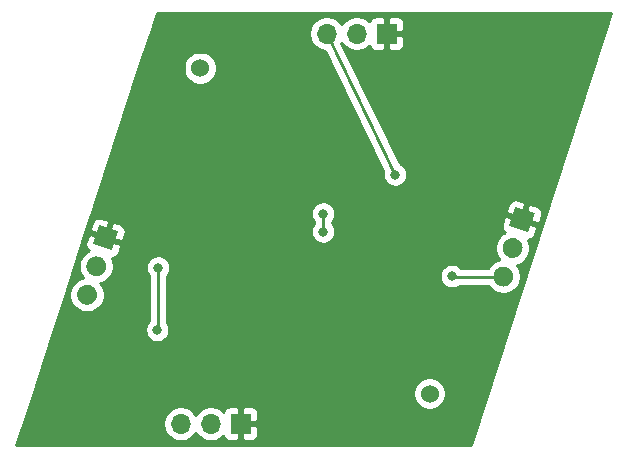
<source format=gbr>
%TF.GenerationSoftware,KiCad,Pcbnew,5.1.8*%
%TF.CreationDate,2021-01-06T14:43:02-05:00*%
%TF.ProjectId,penroserombus_thick_40mm,70656e72-6f73-4657-926f-6d6275735f74,rev?*%
%TF.SameCoordinates,Original*%
%TF.FileFunction,Copper,L2,Bot*%
%TF.FilePolarity,Positive*%
%FSLAX46Y46*%
G04 Gerber Fmt 4.6, Leading zero omitted, Abs format (unit mm)*
G04 Created by KiCad (PCBNEW 5.1.8) date 2021-01-06 14:43:02*
%MOMM*%
%LPD*%
G01*
G04 APERTURE LIST*
%TA.AperFunction,WasherPad*%
%ADD10C,1.524000*%
%TD*%
%TA.AperFunction,ComponentPad*%
%ADD11C,0.100000*%
%TD*%
%TA.AperFunction,ComponentPad*%
%ADD12R,1.700000X1.700000*%
%TD*%
%TA.AperFunction,ComponentPad*%
%ADD13O,1.700000X1.700000*%
%TD*%
%TA.AperFunction,ViaPad*%
%ADD14C,0.800000*%
%TD*%
%TA.AperFunction,Conductor*%
%ADD15C,0.250000*%
%TD*%
%TA.AperFunction,Conductor*%
%ADD16C,0.254000*%
%TD*%
%TA.AperFunction,Conductor*%
%ADD17C,0.100000*%
%TD*%
G04 APERTURE END LIST*
D10*
%TO.P,MH,*%
%TO.N,*%
X156845000Y-108966000D03*
%TD*%
%TO.P,MH,*%
%TO.N,*%
X137414000Y-81407000D03*
%TD*%
%TO.P,J1,3*%
%TO.N,Net-(J1-Pad3)*%
%TA.AperFunction,ComponentPad*%
G36*
G01*
X162276114Y-98803290D02*
X162276114Y-98803290D01*
G75*
G02*
X163347176Y-98257556I808398J-262664D01*
G01*
X163347176Y-98257556D01*
G75*
G02*
X163892910Y-99328618I-262664J-808398D01*
G01*
X163892910Y-99328618D01*
G75*
G02*
X162821848Y-99874352I-808398J262664D01*
G01*
X162821848Y-99874352D01*
G75*
G02*
X162276114Y-98803290I262664J808398D01*
G01*
G37*
%TD.AperFunction*%
%TO.P,J1,2*%
%TO.N,VCC*%
%TA.AperFunction,ComponentPad*%
G36*
G01*
X163061017Y-96387607D02*
X163061017Y-96387607D01*
G75*
G02*
X164132079Y-95841873I808398J-262664D01*
G01*
X164132079Y-95841873D01*
G75*
G02*
X164677813Y-96912935I-262664J-808398D01*
G01*
X164677813Y-96912935D01*
G75*
G02*
X163606751Y-97458669I-808398J262664D01*
G01*
X163606751Y-97458669D01*
G75*
G02*
X163061017Y-96387607I262664J808398D01*
G01*
G37*
%TD.AperFunction*%
%TA.AperFunction,ComponentPad*%
D11*
%TO.P,J1,1*%
%TO.N,GND*%
G36*
X163583256Y-94780321D02*
G01*
X164108584Y-93163525D01*
X165725380Y-93688853D01*
X165200052Y-95305649D01*
X163583256Y-94780321D01*
G37*
%TD.AperFunction*%
%TD*%
D12*
%TO.P,J2,1*%
%TO.N,GND*%
X140851620Y-111528260D03*
D13*
%TO.P,J2,2*%
%TO.N,VCC*%
X138311620Y-111528260D03*
%TO.P,J2,3*%
%TO.N,Net-(J2-Pad3)*%
X135771620Y-111528260D03*
%TD*%
D12*
%TO.P,J3,1*%
%TO.N,GND*%
X153212300Y-78486000D03*
D13*
%TO.P,J3,2*%
%TO.N,VCC*%
X150672300Y-78486000D03*
%TO.P,J3,3*%
%TO.N,Net-(D1-Pad4)*%
X148132300Y-78486000D03*
%TD*%
%TO.P,J4,3*%
%TO.N,Net-(D2-Pad4)*%
%TA.AperFunction,ComponentPad*%
G36*
G01*
X127031397Y-100348375D02*
X127031397Y-100348375D01*
G75*
G02*
X128102459Y-99802641I808398J-262664D01*
G01*
X128102459Y-99802641D01*
G75*
G02*
X128648193Y-100873703I-262664J-808398D01*
G01*
X128648193Y-100873703D01*
G75*
G02*
X127577131Y-101419437I-808398J262664D01*
G01*
X127577131Y-101419437D01*
G75*
G02*
X127031397Y-100348375I262664J808398D01*
G01*
G37*
%TD.AperFunction*%
%TO.P,J4,2*%
%TO.N,VCC*%
%TA.AperFunction,ComponentPad*%
G36*
G01*
X127816300Y-97932692D02*
X127816300Y-97932692D01*
G75*
G02*
X128887362Y-97386958I808398J-262664D01*
G01*
X128887362Y-97386958D01*
G75*
G02*
X129433096Y-98458020I-262664J-808398D01*
G01*
X129433096Y-98458020D01*
G75*
G02*
X128362034Y-99003754I-808398J262664D01*
G01*
X128362034Y-99003754D01*
G75*
G02*
X127816300Y-97932692I262664J808398D01*
G01*
G37*
%TD.AperFunction*%
%TA.AperFunction,ComponentPad*%
D11*
%TO.P,J4,1*%
%TO.N,GND*%
G36*
X128338539Y-96325406D02*
G01*
X128863867Y-94708610D01*
X130480663Y-95233938D01*
X129955335Y-96850734D01*
X128338539Y-96325406D01*
G37*
%TD.AperFunction*%
%TD*%
D14*
%TO.N,GND*%
X155321000Y-88265000D03*
X138938000Y-95250000D03*
X142748000Y-99060000D03*
X136271000Y-102616000D03*
%TO.N,Net-(D1-Pad2)*%
X147828000Y-93726000D03*
X147828000Y-95250000D03*
%TO.N,Net-(D1-Pad4)*%
X153924000Y-90424000D03*
%TO.N,Net-(J1-Pad3)*%
X158725985Y-99035985D03*
%TO.N,Net-(J2-Pad3)*%
X133858000Y-98298000D03*
X133785907Y-103573734D03*
%TD*%
D15*
%TO.N,Net-(D1-Pad2)*%
X147828000Y-93726000D02*
X147828000Y-95250000D01*
%TO.N,Net-(D1-Pad4)*%
X153924000Y-90424000D02*
X148132300Y-78486000D01*
%TO.N,Net-(J1-Pad3)*%
X158755954Y-99065954D02*
X158725985Y-99035985D01*
X163084512Y-99065954D02*
X158755954Y-99065954D01*
%TO.N,Net-(J2-Pad3)*%
X133858000Y-103501641D02*
X133785907Y-103573734D01*
X133858000Y-98298000D02*
X133858000Y-103501641D01*
%TD*%
D16*
%TO.N,GND*%
X160317611Y-113293260D02*
X121863260Y-113293260D01*
X122484265Y-111382000D01*
X134286620Y-111382000D01*
X134286620Y-111674520D01*
X134343688Y-111961418D01*
X134455630Y-112231671D01*
X134618145Y-112474892D01*
X134824988Y-112681735D01*
X135068209Y-112844250D01*
X135338462Y-112956192D01*
X135625360Y-113013260D01*
X135917880Y-113013260D01*
X136204778Y-112956192D01*
X136475031Y-112844250D01*
X136718252Y-112681735D01*
X136925095Y-112474892D01*
X137041620Y-112300500D01*
X137158145Y-112474892D01*
X137364988Y-112681735D01*
X137608209Y-112844250D01*
X137878462Y-112956192D01*
X138165360Y-113013260D01*
X138457880Y-113013260D01*
X138744778Y-112956192D01*
X139015031Y-112844250D01*
X139258252Y-112681735D01*
X139390107Y-112549880D01*
X139412118Y-112622440D01*
X139471083Y-112732754D01*
X139550435Y-112829445D01*
X139647126Y-112908797D01*
X139757440Y-112967762D01*
X139877138Y-113004072D01*
X140001620Y-113016332D01*
X140565870Y-113013260D01*
X140724620Y-112854510D01*
X140724620Y-111655260D01*
X140978620Y-111655260D01*
X140978620Y-112854510D01*
X141137370Y-113013260D01*
X141701620Y-113016332D01*
X141826102Y-113004072D01*
X141945800Y-112967762D01*
X142056114Y-112908797D01*
X142152805Y-112829445D01*
X142232157Y-112732754D01*
X142291122Y-112622440D01*
X142327432Y-112502742D01*
X142339692Y-112378260D01*
X142336620Y-111814010D01*
X142177870Y-111655260D01*
X140978620Y-111655260D01*
X140724620Y-111655260D01*
X140704620Y-111655260D01*
X140704620Y-111401260D01*
X140724620Y-111401260D01*
X140724620Y-110202010D01*
X140978620Y-110202010D01*
X140978620Y-111401260D01*
X142177870Y-111401260D01*
X142336620Y-111242510D01*
X142339692Y-110678260D01*
X142327432Y-110553778D01*
X142291122Y-110434080D01*
X142232157Y-110323766D01*
X142152805Y-110227075D01*
X142056114Y-110147723D01*
X141945800Y-110088758D01*
X141826102Y-110052448D01*
X141701620Y-110040188D01*
X141137370Y-110043260D01*
X140978620Y-110202010D01*
X140724620Y-110202010D01*
X140565870Y-110043260D01*
X140001620Y-110040188D01*
X139877138Y-110052448D01*
X139757440Y-110088758D01*
X139647126Y-110147723D01*
X139550435Y-110227075D01*
X139471083Y-110323766D01*
X139412118Y-110434080D01*
X139390107Y-110506640D01*
X139258252Y-110374785D01*
X139015031Y-110212270D01*
X138744778Y-110100328D01*
X138457880Y-110043260D01*
X138165360Y-110043260D01*
X137878462Y-110100328D01*
X137608209Y-110212270D01*
X137364988Y-110374785D01*
X137158145Y-110581628D01*
X137041620Y-110756020D01*
X136925095Y-110581628D01*
X136718252Y-110374785D01*
X136475031Y-110212270D01*
X136204778Y-110100328D01*
X135917880Y-110043260D01*
X135625360Y-110043260D01*
X135338462Y-110100328D01*
X135068209Y-110212270D01*
X134824988Y-110374785D01*
X134618145Y-110581628D01*
X134455630Y-110824849D01*
X134343688Y-111095102D01*
X134286620Y-111382000D01*
X122484265Y-111382000D01*
X123313977Y-108828408D01*
X155448000Y-108828408D01*
X155448000Y-109103592D01*
X155501686Y-109373490D01*
X155606995Y-109627727D01*
X155759880Y-109856535D01*
X155954465Y-110051120D01*
X156183273Y-110204005D01*
X156437510Y-110309314D01*
X156707408Y-110363000D01*
X156982592Y-110363000D01*
X157252490Y-110309314D01*
X157506727Y-110204005D01*
X157735535Y-110051120D01*
X157930120Y-109856535D01*
X158083005Y-109627727D01*
X158188314Y-109373490D01*
X158242000Y-109103592D01*
X158242000Y-108828408D01*
X158188314Y-108558510D01*
X158083005Y-108304273D01*
X157930120Y-108075465D01*
X157735535Y-107880880D01*
X157506727Y-107727995D01*
X157252490Y-107622686D01*
X156982592Y-107569000D01*
X156707408Y-107569000D01*
X156437510Y-107622686D01*
X156183273Y-107727995D01*
X155954465Y-107880880D01*
X155759880Y-108075465D01*
X155606995Y-108304273D01*
X155501686Y-108558510D01*
X155448000Y-108828408D01*
X123313977Y-108828408D01*
X125054447Y-103471795D01*
X132750907Y-103471795D01*
X132750907Y-103675673D01*
X132790681Y-103875632D01*
X132868702Y-104063990D01*
X132981970Y-104233508D01*
X133126133Y-104377671D01*
X133295651Y-104490939D01*
X133484009Y-104568960D01*
X133683968Y-104608734D01*
X133887846Y-104608734D01*
X134087805Y-104568960D01*
X134276163Y-104490939D01*
X134445681Y-104377671D01*
X134589844Y-104233508D01*
X134703112Y-104063990D01*
X134781133Y-103875632D01*
X134820907Y-103675673D01*
X134820907Y-103471795D01*
X134781133Y-103271836D01*
X134703112Y-103083478D01*
X134618000Y-102956099D01*
X134618000Y-99001711D01*
X134661937Y-98957774D01*
X134677791Y-98934046D01*
X157690985Y-98934046D01*
X157690985Y-99137924D01*
X157730759Y-99337883D01*
X157808780Y-99526241D01*
X157922048Y-99695759D01*
X158066211Y-99839922D01*
X158235729Y-99953190D01*
X158424087Y-100031211D01*
X158624046Y-100070985D01*
X158827924Y-100070985D01*
X159027883Y-100031211D01*
X159216241Y-99953190D01*
X159385759Y-99839922D01*
X159399727Y-99825954D01*
X161806334Y-99825954D01*
X161931037Y-100012586D01*
X162137880Y-100219429D01*
X162381101Y-100381944D01*
X162651354Y-100493886D01*
X162938252Y-100550954D01*
X163230772Y-100550954D01*
X163517670Y-100493886D01*
X163787923Y-100381944D01*
X164031144Y-100219429D01*
X164237987Y-100012586D01*
X164400502Y-99769365D01*
X164512444Y-99499112D01*
X164569512Y-99212214D01*
X164569512Y-98919694D01*
X164512444Y-98632796D01*
X164400502Y-98362543D01*
X164237987Y-98119322D01*
X164214406Y-98095741D01*
X164302573Y-98078203D01*
X164572826Y-97966261D01*
X164816047Y-97803746D01*
X165022890Y-97596903D01*
X165185405Y-97353682D01*
X165297347Y-97083429D01*
X165354415Y-96796531D01*
X165354415Y-96504011D01*
X165297347Y-96217113D01*
X165185405Y-95946860D01*
X165181088Y-95940399D01*
X165250114Y-95941755D01*
X165373250Y-95919765D01*
X165489730Y-95874176D01*
X165595078Y-95806738D01*
X165685246Y-95720045D01*
X165756767Y-95617425D01*
X165806894Y-95502825D01*
X165978335Y-94965242D01*
X165876412Y-94765205D01*
X164735857Y-94394616D01*
X164729677Y-94413637D01*
X164488108Y-94335148D01*
X164494289Y-94316126D01*
X163992387Y-94153048D01*
X164814347Y-94153048D01*
X165954902Y-94523637D01*
X166154939Y-94421713D01*
X166332223Y-93886028D01*
X166359030Y-93763851D01*
X166361486Y-93638791D01*
X166339496Y-93515655D01*
X166293907Y-93399175D01*
X166226469Y-93293827D01*
X166139776Y-93203659D01*
X166037156Y-93132138D01*
X165922556Y-93082011D01*
X165384973Y-92910570D01*
X165184936Y-93012493D01*
X164814347Y-94153048D01*
X163992387Y-94153048D01*
X163353734Y-93945537D01*
X163153697Y-94047461D01*
X162976413Y-94583146D01*
X162949606Y-94705323D01*
X162947150Y-94830383D01*
X162969140Y-94953519D01*
X163014729Y-95069999D01*
X163082167Y-95175347D01*
X163168860Y-95265515D01*
X163229682Y-95307905D01*
X163166004Y-95334281D01*
X162922783Y-95496796D01*
X162715940Y-95703639D01*
X162553425Y-95946860D01*
X162441483Y-96217113D01*
X162384415Y-96504011D01*
X162384415Y-96796531D01*
X162441483Y-97083429D01*
X162553425Y-97353682D01*
X162715940Y-97596903D01*
X162739521Y-97620484D01*
X162651354Y-97638022D01*
X162381101Y-97749964D01*
X162137880Y-97912479D01*
X161931037Y-98119322D01*
X161806334Y-98305954D01*
X159459665Y-98305954D01*
X159385759Y-98232048D01*
X159216241Y-98118780D01*
X159027883Y-98040759D01*
X158827924Y-98000985D01*
X158624046Y-98000985D01*
X158424087Y-98040759D01*
X158235729Y-98118780D01*
X158066211Y-98232048D01*
X157922048Y-98376211D01*
X157808780Y-98545729D01*
X157730759Y-98734087D01*
X157690985Y-98934046D01*
X134677791Y-98934046D01*
X134775205Y-98788256D01*
X134853226Y-98599898D01*
X134893000Y-98399939D01*
X134893000Y-98196061D01*
X134853226Y-97996102D01*
X134775205Y-97807744D01*
X134661937Y-97638226D01*
X134517774Y-97494063D01*
X134348256Y-97380795D01*
X134159898Y-97302774D01*
X133959939Y-97263000D01*
X133756061Y-97263000D01*
X133556102Y-97302774D01*
X133367744Y-97380795D01*
X133198226Y-97494063D01*
X133054063Y-97638226D01*
X132940795Y-97807744D01*
X132862774Y-97996102D01*
X132823000Y-98196061D01*
X132823000Y-98399939D01*
X132862774Y-98599898D01*
X132940795Y-98788256D01*
X133054063Y-98957774D01*
X133098000Y-99001711D01*
X133098001Y-102797929D01*
X132981970Y-102913960D01*
X132868702Y-103083478D01*
X132790681Y-103271836D01*
X132750907Y-103471795D01*
X125054447Y-103471795D01*
X126031486Y-100464779D01*
X126354795Y-100464779D01*
X126354795Y-100757299D01*
X126411863Y-101044197D01*
X126523805Y-101314450D01*
X126686320Y-101557671D01*
X126893163Y-101764514D01*
X127136384Y-101927029D01*
X127406637Y-102038971D01*
X127693535Y-102096039D01*
X127986055Y-102096039D01*
X128272953Y-102038971D01*
X128543206Y-101927029D01*
X128786427Y-101764514D01*
X128993270Y-101557671D01*
X129155785Y-101314450D01*
X129267727Y-101044197D01*
X129324795Y-100757299D01*
X129324795Y-100464779D01*
X129267727Y-100177881D01*
X129155785Y-99907628D01*
X128993270Y-99664407D01*
X128969689Y-99640826D01*
X129057856Y-99623288D01*
X129328109Y-99511346D01*
X129571330Y-99348831D01*
X129778173Y-99141988D01*
X129940688Y-98898767D01*
X130052630Y-98628514D01*
X130109698Y-98341616D01*
X130109698Y-98049096D01*
X130052630Y-97762198D01*
X129940688Y-97491945D01*
X129936371Y-97485484D01*
X130005397Y-97486840D01*
X130128533Y-97464850D01*
X130245013Y-97419261D01*
X130350361Y-97351823D01*
X130440529Y-97265130D01*
X130512050Y-97162510D01*
X130562177Y-97047910D01*
X130733618Y-96510327D01*
X130631695Y-96310290D01*
X129491140Y-95939701D01*
X129484960Y-95958722D01*
X129243391Y-95880233D01*
X129249572Y-95861211D01*
X128747670Y-95698133D01*
X129569630Y-95698133D01*
X130710185Y-96068722D01*
X130910222Y-95966798D01*
X131087506Y-95431113D01*
X131114313Y-95308936D01*
X131116769Y-95183876D01*
X131094779Y-95060740D01*
X131049190Y-94944260D01*
X130981752Y-94838912D01*
X130895059Y-94748744D01*
X130792439Y-94677223D01*
X130677839Y-94627096D01*
X130140256Y-94455655D01*
X129940219Y-94557578D01*
X129569630Y-95698133D01*
X128747670Y-95698133D01*
X128109017Y-95490622D01*
X127908980Y-95592546D01*
X127731696Y-96128231D01*
X127704889Y-96250408D01*
X127702433Y-96375468D01*
X127724423Y-96498604D01*
X127770012Y-96615084D01*
X127837450Y-96720432D01*
X127924143Y-96810600D01*
X127984965Y-96852990D01*
X127921287Y-96879366D01*
X127678066Y-97041881D01*
X127471223Y-97248724D01*
X127308708Y-97491945D01*
X127196766Y-97762198D01*
X127139698Y-98049096D01*
X127139698Y-98341616D01*
X127196766Y-98628514D01*
X127308708Y-98898767D01*
X127471223Y-99141988D01*
X127494804Y-99165569D01*
X127406637Y-99183107D01*
X127136384Y-99295049D01*
X126893163Y-99457564D01*
X126686320Y-99664407D01*
X126523805Y-99907628D01*
X126411863Y-100177881D01*
X126354795Y-100464779D01*
X126031486Y-100464779D01*
X127791174Y-95049017D01*
X128085584Y-95049017D01*
X128187507Y-95249054D01*
X129328062Y-95619643D01*
X129698651Y-94479088D01*
X129596727Y-94279051D01*
X129061042Y-94101767D01*
X128938865Y-94074960D01*
X128813805Y-94072504D01*
X128690669Y-94094494D01*
X128574189Y-94140083D01*
X128468841Y-94207521D01*
X128378673Y-94294214D01*
X128307152Y-94396834D01*
X128257025Y-94511434D01*
X128085584Y-95049017D01*
X127791174Y-95049017D01*
X128254170Y-93624061D01*
X146793000Y-93624061D01*
X146793000Y-93827939D01*
X146832774Y-94027898D01*
X146910795Y-94216256D01*
X147024063Y-94385774D01*
X147068000Y-94429711D01*
X147068001Y-94546288D01*
X147024063Y-94590226D01*
X146910795Y-94759744D01*
X146832774Y-94948102D01*
X146793000Y-95148061D01*
X146793000Y-95351939D01*
X146832774Y-95551898D01*
X146910795Y-95740256D01*
X147024063Y-95909774D01*
X147168226Y-96053937D01*
X147337744Y-96167205D01*
X147526102Y-96245226D01*
X147726061Y-96285000D01*
X147929939Y-96285000D01*
X148129898Y-96245226D01*
X148318256Y-96167205D01*
X148487774Y-96053937D01*
X148631937Y-95909774D01*
X148745205Y-95740256D01*
X148823226Y-95551898D01*
X148863000Y-95351939D01*
X148863000Y-95148061D01*
X148823226Y-94948102D01*
X148745205Y-94759744D01*
X148631937Y-94590226D01*
X148588000Y-94546289D01*
X148588000Y-94429711D01*
X148631937Y-94385774D01*
X148745205Y-94216256D01*
X148823226Y-94027898D01*
X148863000Y-93827939D01*
X148863000Y-93624061D01*
X148839106Y-93503932D01*
X163330301Y-93503932D01*
X163432224Y-93703969D01*
X164572779Y-94074558D01*
X164943368Y-92934003D01*
X164841444Y-92733966D01*
X164305759Y-92556682D01*
X164183582Y-92529875D01*
X164058522Y-92527419D01*
X163935386Y-92549409D01*
X163818906Y-92594998D01*
X163713558Y-92662436D01*
X163623390Y-92749129D01*
X163551869Y-92851749D01*
X163501742Y-92966349D01*
X163330301Y-93503932D01*
X148839106Y-93503932D01*
X148823226Y-93424102D01*
X148745205Y-93235744D01*
X148631937Y-93066226D01*
X148487774Y-92922063D01*
X148318256Y-92808795D01*
X148129898Y-92730774D01*
X147929939Y-92691000D01*
X147726061Y-92691000D01*
X147526102Y-92730774D01*
X147337744Y-92808795D01*
X147168226Y-92922063D01*
X147024063Y-93066226D01*
X146910795Y-93235744D01*
X146832774Y-93424102D01*
X146793000Y-93624061D01*
X128254170Y-93624061D01*
X132268441Y-81269408D01*
X136017000Y-81269408D01*
X136017000Y-81544592D01*
X136070686Y-81814490D01*
X136175995Y-82068727D01*
X136328880Y-82297535D01*
X136523465Y-82492120D01*
X136752273Y-82645005D01*
X137006510Y-82750314D01*
X137276408Y-82804000D01*
X137551592Y-82804000D01*
X137821490Y-82750314D01*
X138075727Y-82645005D01*
X138304535Y-82492120D01*
X138499120Y-82297535D01*
X138652005Y-82068727D01*
X138757314Y-81814490D01*
X138811000Y-81544592D01*
X138811000Y-81269408D01*
X138757314Y-80999510D01*
X138652005Y-80745273D01*
X138499120Y-80516465D01*
X138304535Y-80321880D01*
X138075727Y-80168995D01*
X137821490Y-80063686D01*
X137551592Y-80010000D01*
X137276408Y-80010000D01*
X137006510Y-80063686D01*
X136752273Y-80168995D01*
X136523465Y-80321880D01*
X136328880Y-80516465D01*
X136175995Y-80745273D01*
X136070686Y-80999510D01*
X136017000Y-81269408D01*
X132268441Y-81269408D01*
X133220348Y-78339740D01*
X146647300Y-78339740D01*
X146647300Y-78632260D01*
X146704368Y-78919158D01*
X146816310Y-79189411D01*
X146978825Y-79432632D01*
X147185668Y-79639475D01*
X147428889Y-79801990D01*
X147699142Y-79913932D01*
X147986040Y-79971000D01*
X148008028Y-79971000D01*
X152930636Y-90117607D01*
X152928774Y-90122102D01*
X152889000Y-90322061D01*
X152889000Y-90525939D01*
X152928774Y-90725898D01*
X153006795Y-90914256D01*
X153120063Y-91083774D01*
X153264226Y-91227937D01*
X153433744Y-91341205D01*
X153622102Y-91419226D01*
X153822061Y-91459000D01*
X154025939Y-91459000D01*
X154225898Y-91419226D01*
X154414256Y-91341205D01*
X154583774Y-91227937D01*
X154727937Y-91083774D01*
X154841205Y-90914256D01*
X154919226Y-90725898D01*
X154959000Y-90525939D01*
X154959000Y-90322061D01*
X154919226Y-90122102D01*
X154841205Y-89933744D01*
X154727937Y-89764226D01*
X154583774Y-89620063D01*
X154414256Y-89506795D01*
X154300973Y-89459871D01*
X149372967Y-79302141D01*
X149402300Y-79258240D01*
X149518825Y-79432632D01*
X149725668Y-79639475D01*
X149968889Y-79801990D01*
X150239142Y-79913932D01*
X150526040Y-79971000D01*
X150818560Y-79971000D01*
X151105458Y-79913932D01*
X151375711Y-79801990D01*
X151618932Y-79639475D01*
X151750787Y-79507620D01*
X151772798Y-79580180D01*
X151831763Y-79690494D01*
X151911115Y-79787185D01*
X152007806Y-79866537D01*
X152118120Y-79925502D01*
X152237818Y-79961812D01*
X152362300Y-79974072D01*
X152926550Y-79971000D01*
X153085300Y-79812250D01*
X153085300Y-78613000D01*
X153339300Y-78613000D01*
X153339300Y-79812250D01*
X153498050Y-79971000D01*
X154062300Y-79974072D01*
X154186782Y-79961812D01*
X154306480Y-79925502D01*
X154416794Y-79866537D01*
X154513485Y-79787185D01*
X154592837Y-79690494D01*
X154651802Y-79580180D01*
X154688112Y-79460482D01*
X154700372Y-79336000D01*
X154697300Y-78771750D01*
X154538550Y-78613000D01*
X153339300Y-78613000D01*
X153085300Y-78613000D01*
X153065300Y-78613000D01*
X153065300Y-78359000D01*
X153085300Y-78359000D01*
X153085300Y-77159750D01*
X153339300Y-77159750D01*
X153339300Y-78359000D01*
X154538550Y-78359000D01*
X154697300Y-78200250D01*
X154700372Y-77636000D01*
X154688112Y-77511518D01*
X154651802Y-77391820D01*
X154592837Y-77281506D01*
X154513485Y-77184815D01*
X154416794Y-77105463D01*
X154306480Y-77046498D01*
X154186782Y-77010188D01*
X154062300Y-76997928D01*
X153498050Y-77001000D01*
X153339300Y-77159750D01*
X153085300Y-77159750D01*
X152926550Y-77001000D01*
X152362300Y-76997928D01*
X152237818Y-77010188D01*
X152118120Y-77046498D01*
X152007806Y-77105463D01*
X151911115Y-77184815D01*
X151831763Y-77281506D01*
X151772798Y-77391820D01*
X151750787Y-77464380D01*
X151618932Y-77332525D01*
X151375711Y-77170010D01*
X151105458Y-77058068D01*
X150818560Y-77001000D01*
X150526040Y-77001000D01*
X150239142Y-77058068D01*
X149968889Y-77170010D01*
X149725668Y-77332525D01*
X149518825Y-77539368D01*
X149402300Y-77713760D01*
X149285775Y-77539368D01*
X149078932Y-77332525D01*
X148835711Y-77170010D01*
X148565458Y-77058068D01*
X148278560Y-77001000D01*
X147986040Y-77001000D01*
X147699142Y-77058068D01*
X147428889Y-77170010D01*
X147185668Y-77332525D01*
X146978825Y-77539368D01*
X146816310Y-77782589D01*
X146704368Y-78052842D01*
X146647300Y-78339740D01*
X133220348Y-78339740D01*
X133746309Y-76721000D01*
X172200658Y-76721000D01*
X160317611Y-113293260D01*
%TA.AperFunction,Conductor*%
D17*
G36*
X160317611Y-113293260D02*
G01*
X121863260Y-113293260D01*
X122484265Y-111382000D01*
X134286620Y-111382000D01*
X134286620Y-111674520D01*
X134343688Y-111961418D01*
X134455630Y-112231671D01*
X134618145Y-112474892D01*
X134824988Y-112681735D01*
X135068209Y-112844250D01*
X135338462Y-112956192D01*
X135625360Y-113013260D01*
X135917880Y-113013260D01*
X136204778Y-112956192D01*
X136475031Y-112844250D01*
X136718252Y-112681735D01*
X136925095Y-112474892D01*
X137041620Y-112300500D01*
X137158145Y-112474892D01*
X137364988Y-112681735D01*
X137608209Y-112844250D01*
X137878462Y-112956192D01*
X138165360Y-113013260D01*
X138457880Y-113013260D01*
X138744778Y-112956192D01*
X139015031Y-112844250D01*
X139258252Y-112681735D01*
X139390107Y-112549880D01*
X139412118Y-112622440D01*
X139471083Y-112732754D01*
X139550435Y-112829445D01*
X139647126Y-112908797D01*
X139757440Y-112967762D01*
X139877138Y-113004072D01*
X140001620Y-113016332D01*
X140565870Y-113013260D01*
X140724620Y-112854510D01*
X140724620Y-111655260D01*
X140978620Y-111655260D01*
X140978620Y-112854510D01*
X141137370Y-113013260D01*
X141701620Y-113016332D01*
X141826102Y-113004072D01*
X141945800Y-112967762D01*
X142056114Y-112908797D01*
X142152805Y-112829445D01*
X142232157Y-112732754D01*
X142291122Y-112622440D01*
X142327432Y-112502742D01*
X142339692Y-112378260D01*
X142336620Y-111814010D01*
X142177870Y-111655260D01*
X140978620Y-111655260D01*
X140724620Y-111655260D01*
X140704620Y-111655260D01*
X140704620Y-111401260D01*
X140724620Y-111401260D01*
X140724620Y-110202010D01*
X140978620Y-110202010D01*
X140978620Y-111401260D01*
X142177870Y-111401260D01*
X142336620Y-111242510D01*
X142339692Y-110678260D01*
X142327432Y-110553778D01*
X142291122Y-110434080D01*
X142232157Y-110323766D01*
X142152805Y-110227075D01*
X142056114Y-110147723D01*
X141945800Y-110088758D01*
X141826102Y-110052448D01*
X141701620Y-110040188D01*
X141137370Y-110043260D01*
X140978620Y-110202010D01*
X140724620Y-110202010D01*
X140565870Y-110043260D01*
X140001620Y-110040188D01*
X139877138Y-110052448D01*
X139757440Y-110088758D01*
X139647126Y-110147723D01*
X139550435Y-110227075D01*
X139471083Y-110323766D01*
X139412118Y-110434080D01*
X139390107Y-110506640D01*
X139258252Y-110374785D01*
X139015031Y-110212270D01*
X138744778Y-110100328D01*
X138457880Y-110043260D01*
X138165360Y-110043260D01*
X137878462Y-110100328D01*
X137608209Y-110212270D01*
X137364988Y-110374785D01*
X137158145Y-110581628D01*
X137041620Y-110756020D01*
X136925095Y-110581628D01*
X136718252Y-110374785D01*
X136475031Y-110212270D01*
X136204778Y-110100328D01*
X135917880Y-110043260D01*
X135625360Y-110043260D01*
X135338462Y-110100328D01*
X135068209Y-110212270D01*
X134824988Y-110374785D01*
X134618145Y-110581628D01*
X134455630Y-110824849D01*
X134343688Y-111095102D01*
X134286620Y-111382000D01*
X122484265Y-111382000D01*
X123313977Y-108828408D01*
X155448000Y-108828408D01*
X155448000Y-109103592D01*
X155501686Y-109373490D01*
X155606995Y-109627727D01*
X155759880Y-109856535D01*
X155954465Y-110051120D01*
X156183273Y-110204005D01*
X156437510Y-110309314D01*
X156707408Y-110363000D01*
X156982592Y-110363000D01*
X157252490Y-110309314D01*
X157506727Y-110204005D01*
X157735535Y-110051120D01*
X157930120Y-109856535D01*
X158083005Y-109627727D01*
X158188314Y-109373490D01*
X158242000Y-109103592D01*
X158242000Y-108828408D01*
X158188314Y-108558510D01*
X158083005Y-108304273D01*
X157930120Y-108075465D01*
X157735535Y-107880880D01*
X157506727Y-107727995D01*
X157252490Y-107622686D01*
X156982592Y-107569000D01*
X156707408Y-107569000D01*
X156437510Y-107622686D01*
X156183273Y-107727995D01*
X155954465Y-107880880D01*
X155759880Y-108075465D01*
X155606995Y-108304273D01*
X155501686Y-108558510D01*
X155448000Y-108828408D01*
X123313977Y-108828408D01*
X125054447Y-103471795D01*
X132750907Y-103471795D01*
X132750907Y-103675673D01*
X132790681Y-103875632D01*
X132868702Y-104063990D01*
X132981970Y-104233508D01*
X133126133Y-104377671D01*
X133295651Y-104490939D01*
X133484009Y-104568960D01*
X133683968Y-104608734D01*
X133887846Y-104608734D01*
X134087805Y-104568960D01*
X134276163Y-104490939D01*
X134445681Y-104377671D01*
X134589844Y-104233508D01*
X134703112Y-104063990D01*
X134781133Y-103875632D01*
X134820907Y-103675673D01*
X134820907Y-103471795D01*
X134781133Y-103271836D01*
X134703112Y-103083478D01*
X134618000Y-102956099D01*
X134618000Y-99001711D01*
X134661937Y-98957774D01*
X134677791Y-98934046D01*
X157690985Y-98934046D01*
X157690985Y-99137924D01*
X157730759Y-99337883D01*
X157808780Y-99526241D01*
X157922048Y-99695759D01*
X158066211Y-99839922D01*
X158235729Y-99953190D01*
X158424087Y-100031211D01*
X158624046Y-100070985D01*
X158827924Y-100070985D01*
X159027883Y-100031211D01*
X159216241Y-99953190D01*
X159385759Y-99839922D01*
X159399727Y-99825954D01*
X161806334Y-99825954D01*
X161931037Y-100012586D01*
X162137880Y-100219429D01*
X162381101Y-100381944D01*
X162651354Y-100493886D01*
X162938252Y-100550954D01*
X163230772Y-100550954D01*
X163517670Y-100493886D01*
X163787923Y-100381944D01*
X164031144Y-100219429D01*
X164237987Y-100012586D01*
X164400502Y-99769365D01*
X164512444Y-99499112D01*
X164569512Y-99212214D01*
X164569512Y-98919694D01*
X164512444Y-98632796D01*
X164400502Y-98362543D01*
X164237987Y-98119322D01*
X164214406Y-98095741D01*
X164302573Y-98078203D01*
X164572826Y-97966261D01*
X164816047Y-97803746D01*
X165022890Y-97596903D01*
X165185405Y-97353682D01*
X165297347Y-97083429D01*
X165354415Y-96796531D01*
X165354415Y-96504011D01*
X165297347Y-96217113D01*
X165185405Y-95946860D01*
X165181088Y-95940399D01*
X165250114Y-95941755D01*
X165373250Y-95919765D01*
X165489730Y-95874176D01*
X165595078Y-95806738D01*
X165685246Y-95720045D01*
X165756767Y-95617425D01*
X165806894Y-95502825D01*
X165978335Y-94965242D01*
X165876412Y-94765205D01*
X164735857Y-94394616D01*
X164729677Y-94413637D01*
X164488108Y-94335148D01*
X164494289Y-94316126D01*
X163992387Y-94153048D01*
X164814347Y-94153048D01*
X165954902Y-94523637D01*
X166154939Y-94421713D01*
X166332223Y-93886028D01*
X166359030Y-93763851D01*
X166361486Y-93638791D01*
X166339496Y-93515655D01*
X166293907Y-93399175D01*
X166226469Y-93293827D01*
X166139776Y-93203659D01*
X166037156Y-93132138D01*
X165922556Y-93082011D01*
X165384973Y-92910570D01*
X165184936Y-93012493D01*
X164814347Y-94153048D01*
X163992387Y-94153048D01*
X163353734Y-93945537D01*
X163153697Y-94047461D01*
X162976413Y-94583146D01*
X162949606Y-94705323D01*
X162947150Y-94830383D01*
X162969140Y-94953519D01*
X163014729Y-95069999D01*
X163082167Y-95175347D01*
X163168860Y-95265515D01*
X163229682Y-95307905D01*
X163166004Y-95334281D01*
X162922783Y-95496796D01*
X162715940Y-95703639D01*
X162553425Y-95946860D01*
X162441483Y-96217113D01*
X162384415Y-96504011D01*
X162384415Y-96796531D01*
X162441483Y-97083429D01*
X162553425Y-97353682D01*
X162715940Y-97596903D01*
X162739521Y-97620484D01*
X162651354Y-97638022D01*
X162381101Y-97749964D01*
X162137880Y-97912479D01*
X161931037Y-98119322D01*
X161806334Y-98305954D01*
X159459665Y-98305954D01*
X159385759Y-98232048D01*
X159216241Y-98118780D01*
X159027883Y-98040759D01*
X158827924Y-98000985D01*
X158624046Y-98000985D01*
X158424087Y-98040759D01*
X158235729Y-98118780D01*
X158066211Y-98232048D01*
X157922048Y-98376211D01*
X157808780Y-98545729D01*
X157730759Y-98734087D01*
X157690985Y-98934046D01*
X134677791Y-98934046D01*
X134775205Y-98788256D01*
X134853226Y-98599898D01*
X134893000Y-98399939D01*
X134893000Y-98196061D01*
X134853226Y-97996102D01*
X134775205Y-97807744D01*
X134661937Y-97638226D01*
X134517774Y-97494063D01*
X134348256Y-97380795D01*
X134159898Y-97302774D01*
X133959939Y-97263000D01*
X133756061Y-97263000D01*
X133556102Y-97302774D01*
X133367744Y-97380795D01*
X133198226Y-97494063D01*
X133054063Y-97638226D01*
X132940795Y-97807744D01*
X132862774Y-97996102D01*
X132823000Y-98196061D01*
X132823000Y-98399939D01*
X132862774Y-98599898D01*
X132940795Y-98788256D01*
X133054063Y-98957774D01*
X133098000Y-99001711D01*
X133098001Y-102797929D01*
X132981970Y-102913960D01*
X132868702Y-103083478D01*
X132790681Y-103271836D01*
X132750907Y-103471795D01*
X125054447Y-103471795D01*
X126031486Y-100464779D01*
X126354795Y-100464779D01*
X126354795Y-100757299D01*
X126411863Y-101044197D01*
X126523805Y-101314450D01*
X126686320Y-101557671D01*
X126893163Y-101764514D01*
X127136384Y-101927029D01*
X127406637Y-102038971D01*
X127693535Y-102096039D01*
X127986055Y-102096039D01*
X128272953Y-102038971D01*
X128543206Y-101927029D01*
X128786427Y-101764514D01*
X128993270Y-101557671D01*
X129155785Y-101314450D01*
X129267727Y-101044197D01*
X129324795Y-100757299D01*
X129324795Y-100464779D01*
X129267727Y-100177881D01*
X129155785Y-99907628D01*
X128993270Y-99664407D01*
X128969689Y-99640826D01*
X129057856Y-99623288D01*
X129328109Y-99511346D01*
X129571330Y-99348831D01*
X129778173Y-99141988D01*
X129940688Y-98898767D01*
X130052630Y-98628514D01*
X130109698Y-98341616D01*
X130109698Y-98049096D01*
X130052630Y-97762198D01*
X129940688Y-97491945D01*
X129936371Y-97485484D01*
X130005397Y-97486840D01*
X130128533Y-97464850D01*
X130245013Y-97419261D01*
X130350361Y-97351823D01*
X130440529Y-97265130D01*
X130512050Y-97162510D01*
X130562177Y-97047910D01*
X130733618Y-96510327D01*
X130631695Y-96310290D01*
X129491140Y-95939701D01*
X129484960Y-95958722D01*
X129243391Y-95880233D01*
X129249572Y-95861211D01*
X128747670Y-95698133D01*
X129569630Y-95698133D01*
X130710185Y-96068722D01*
X130910222Y-95966798D01*
X131087506Y-95431113D01*
X131114313Y-95308936D01*
X131116769Y-95183876D01*
X131094779Y-95060740D01*
X131049190Y-94944260D01*
X130981752Y-94838912D01*
X130895059Y-94748744D01*
X130792439Y-94677223D01*
X130677839Y-94627096D01*
X130140256Y-94455655D01*
X129940219Y-94557578D01*
X129569630Y-95698133D01*
X128747670Y-95698133D01*
X128109017Y-95490622D01*
X127908980Y-95592546D01*
X127731696Y-96128231D01*
X127704889Y-96250408D01*
X127702433Y-96375468D01*
X127724423Y-96498604D01*
X127770012Y-96615084D01*
X127837450Y-96720432D01*
X127924143Y-96810600D01*
X127984965Y-96852990D01*
X127921287Y-96879366D01*
X127678066Y-97041881D01*
X127471223Y-97248724D01*
X127308708Y-97491945D01*
X127196766Y-97762198D01*
X127139698Y-98049096D01*
X127139698Y-98341616D01*
X127196766Y-98628514D01*
X127308708Y-98898767D01*
X127471223Y-99141988D01*
X127494804Y-99165569D01*
X127406637Y-99183107D01*
X127136384Y-99295049D01*
X126893163Y-99457564D01*
X126686320Y-99664407D01*
X126523805Y-99907628D01*
X126411863Y-100177881D01*
X126354795Y-100464779D01*
X126031486Y-100464779D01*
X127791174Y-95049017D01*
X128085584Y-95049017D01*
X128187507Y-95249054D01*
X129328062Y-95619643D01*
X129698651Y-94479088D01*
X129596727Y-94279051D01*
X129061042Y-94101767D01*
X128938865Y-94074960D01*
X128813805Y-94072504D01*
X128690669Y-94094494D01*
X128574189Y-94140083D01*
X128468841Y-94207521D01*
X128378673Y-94294214D01*
X128307152Y-94396834D01*
X128257025Y-94511434D01*
X128085584Y-95049017D01*
X127791174Y-95049017D01*
X128254170Y-93624061D01*
X146793000Y-93624061D01*
X146793000Y-93827939D01*
X146832774Y-94027898D01*
X146910795Y-94216256D01*
X147024063Y-94385774D01*
X147068000Y-94429711D01*
X147068001Y-94546288D01*
X147024063Y-94590226D01*
X146910795Y-94759744D01*
X146832774Y-94948102D01*
X146793000Y-95148061D01*
X146793000Y-95351939D01*
X146832774Y-95551898D01*
X146910795Y-95740256D01*
X147024063Y-95909774D01*
X147168226Y-96053937D01*
X147337744Y-96167205D01*
X147526102Y-96245226D01*
X147726061Y-96285000D01*
X147929939Y-96285000D01*
X148129898Y-96245226D01*
X148318256Y-96167205D01*
X148487774Y-96053937D01*
X148631937Y-95909774D01*
X148745205Y-95740256D01*
X148823226Y-95551898D01*
X148863000Y-95351939D01*
X148863000Y-95148061D01*
X148823226Y-94948102D01*
X148745205Y-94759744D01*
X148631937Y-94590226D01*
X148588000Y-94546289D01*
X148588000Y-94429711D01*
X148631937Y-94385774D01*
X148745205Y-94216256D01*
X148823226Y-94027898D01*
X148863000Y-93827939D01*
X148863000Y-93624061D01*
X148839106Y-93503932D01*
X163330301Y-93503932D01*
X163432224Y-93703969D01*
X164572779Y-94074558D01*
X164943368Y-92934003D01*
X164841444Y-92733966D01*
X164305759Y-92556682D01*
X164183582Y-92529875D01*
X164058522Y-92527419D01*
X163935386Y-92549409D01*
X163818906Y-92594998D01*
X163713558Y-92662436D01*
X163623390Y-92749129D01*
X163551869Y-92851749D01*
X163501742Y-92966349D01*
X163330301Y-93503932D01*
X148839106Y-93503932D01*
X148823226Y-93424102D01*
X148745205Y-93235744D01*
X148631937Y-93066226D01*
X148487774Y-92922063D01*
X148318256Y-92808795D01*
X148129898Y-92730774D01*
X147929939Y-92691000D01*
X147726061Y-92691000D01*
X147526102Y-92730774D01*
X147337744Y-92808795D01*
X147168226Y-92922063D01*
X147024063Y-93066226D01*
X146910795Y-93235744D01*
X146832774Y-93424102D01*
X146793000Y-93624061D01*
X128254170Y-93624061D01*
X132268441Y-81269408D01*
X136017000Y-81269408D01*
X136017000Y-81544592D01*
X136070686Y-81814490D01*
X136175995Y-82068727D01*
X136328880Y-82297535D01*
X136523465Y-82492120D01*
X136752273Y-82645005D01*
X137006510Y-82750314D01*
X137276408Y-82804000D01*
X137551592Y-82804000D01*
X137821490Y-82750314D01*
X138075727Y-82645005D01*
X138304535Y-82492120D01*
X138499120Y-82297535D01*
X138652005Y-82068727D01*
X138757314Y-81814490D01*
X138811000Y-81544592D01*
X138811000Y-81269408D01*
X138757314Y-80999510D01*
X138652005Y-80745273D01*
X138499120Y-80516465D01*
X138304535Y-80321880D01*
X138075727Y-80168995D01*
X137821490Y-80063686D01*
X137551592Y-80010000D01*
X137276408Y-80010000D01*
X137006510Y-80063686D01*
X136752273Y-80168995D01*
X136523465Y-80321880D01*
X136328880Y-80516465D01*
X136175995Y-80745273D01*
X136070686Y-80999510D01*
X136017000Y-81269408D01*
X132268441Y-81269408D01*
X133220348Y-78339740D01*
X146647300Y-78339740D01*
X146647300Y-78632260D01*
X146704368Y-78919158D01*
X146816310Y-79189411D01*
X146978825Y-79432632D01*
X147185668Y-79639475D01*
X147428889Y-79801990D01*
X147699142Y-79913932D01*
X147986040Y-79971000D01*
X148008028Y-79971000D01*
X152930636Y-90117607D01*
X152928774Y-90122102D01*
X152889000Y-90322061D01*
X152889000Y-90525939D01*
X152928774Y-90725898D01*
X153006795Y-90914256D01*
X153120063Y-91083774D01*
X153264226Y-91227937D01*
X153433744Y-91341205D01*
X153622102Y-91419226D01*
X153822061Y-91459000D01*
X154025939Y-91459000D01*
X154225898Y-91419226D01*
X154414256Y-91341205D01*
X154583774Y-91227937D01*
X154727937Y-91083774D01*
X154841205Y-90914256D01*
X154919226Y-90725898D01*
X154959000Y-90525939D01*
X154959000Y-90322061D01*
X154919226Y-90122102D01*
X154841205Y-89933744D01*
X154727937Y-89764226D01*
X154583774Y-89620063D01*
X154414256Y-89506795D01*
X154300973Y-89459871D01*
X149372967Y-79302141D01*
X149402300Y-79258240D01*
X149518825Y-79432632D01*
X149725668Y-79639475D01*
X149968889Y-79801990D01*
X150239142Y-79913932D01*
X150526040Y-79971000D01*
X150818560Y-79971000D01*
X151105458Y-79913932D01*
X151375711Y-79801990D01*
X151618932Y-79639475D01*
X151750787Y-79507620D01*
X151772798Y-79580180D01*
X151831763Y-79690494D01*
X151911115Y-79787185D01*
X152007806Y-79866537D01*
X152118120Y-79925502D01*
X152237818Y-79961812D01*
X152362300Y-79974072D01*
X152926550Y-79971000D01*
X153085300Y-79812250D01*
X153085300Y-78613000D01*
X153339300Y-78613000D01*
X153339300Y-79812250D01*
X153498050Y-79971000D01*
X154062300Y-79974072D01*
X154186782Y-79961812D01*
X154306480Y-79925502D01*
X154416794Y-79866537D01*
X154513485Y-79787185D01*
X154592837Y-79690494D01*
X154651802Y-79580180D01*
X154688112Y-79460482D01*
X154700372Y-79336000D01*
X154697300Y-78771750D01*
X154538550Y-78613000D01*
X153339300Y-78613000D01*
X153085300Y-78613000D01*
X153065300Y-78613000D01*
X153065300Y-78359000D01*
X153085300Y-78359000D01*
X153085300Y-77159750D01*
X153339300Y-77159750D01*
X153339300Y-78359000D01*
X154538550Y-78359000D01*
X154697300Y-78200250D01*
X154700372Y-77636000D01*
X154688112Y-77511518D01*
X154651802Y-77391820D01*
X154592837Y-77281506D01*
X154513485Y-77184815D01*
X154416794Y-77105463D01*
X154306480Y-77046498D01*
X154186782Y-77010188D01*
X154062300Y-76997928D01*
X153498050Y-77001000D01*
X153339300Y-77159750D01*
X153085300Y-77159750D01*
X152926550Y-77001000D01*
X152362300Y-76997928D01*
X152237818Y-77010188D01*
X152118120Y-77046498D01*
X152007806Y-77105463D01*
X151911115Y-77184815D01*
X151831763Y-77281506D01*
X151772798Y-77391820D01*
X151750787Y-77464380D01*
X151618932Y-77332525D01*
X151375711Y-77170010D01*
X151105458Y-77058068D01*
X150818560Y-77001000D01*
X150526040Y-77001000D01*
X150239142Y-77058068D01*
X149968889Y-77170010D01*
X149725668Y-77332525D01*
X149518825Y-77539368D01*
X149402300Y-77713760D01*
X149285775Y-77539368D01*
X149078932Y-77332525D01*
X148835711Y-77170010D01*
X148565458Y-77058068D01*
X148278560Y-77001000D01*
X147986040Y-77001000D01*
X147699142Y-77058068D01*
X147428889Y-77170010D01*
X147185668Y-77332525D01*
X146978825Y-77539368D01*
X146816310Y-77782589D01*
X146704368Y-78052842D01*
X146647300Y-78339740D01*
X133220348Y-78339740D01*
X133746309Y-76721000D01*
X172200658Y-76721000D01*
X160317611Y-113293260D01*
G37*
%TD.AperFunction*%
%TD*%
M02*

</source>
